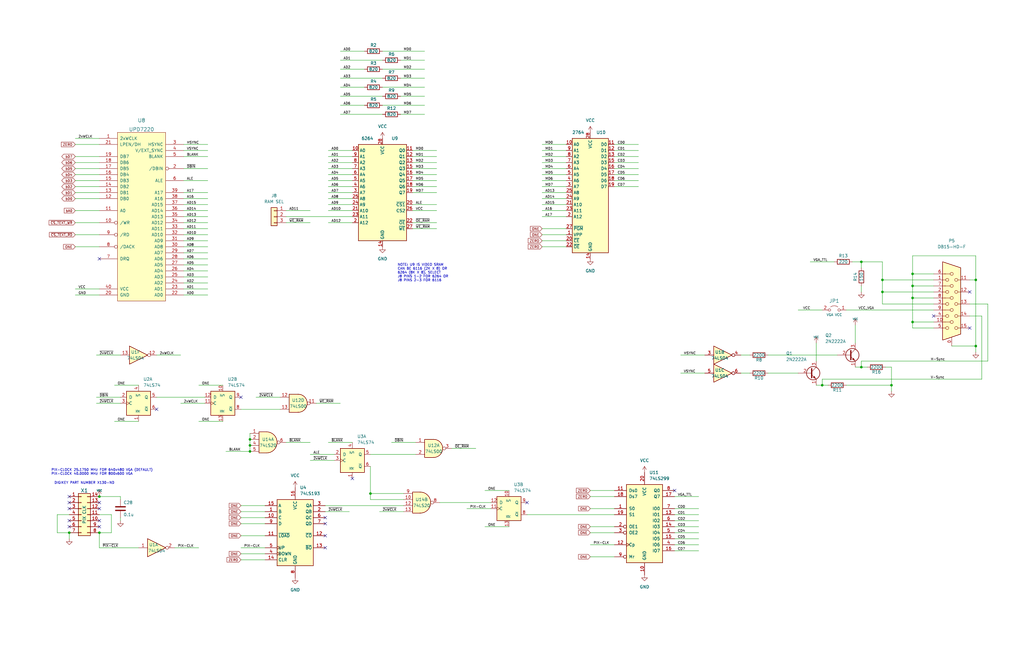
<source format=kicad_sch>
(kicad_sch (version 20211123) (generator eeschema)
  (paper "B")
  (junction (at 372.11 118.11))
  (junction (at 384.81 125.73))
  (junction (at 29.21 224.79))
  (junction (at 346.71 162.56))
  (junction (at 105.41 190.5))
  (junction (at 156.21 208.28))
  (junction (at 363.22 154.94))
  (junction (at 384.81 120.65))
  (junction (at 372.11 123.19))
  (junction (at 411.48 118.11))
  (junction (at 105.41 185.42))
  (junction (at 363.22 110.49))
  (junction (at 105.41 187.96))
  (junction (at 384.81 115.57))
  (junction (at 411.48 146.05))
  (junction (at 41.91 224.79))
  (junction (at 375.92 162.56))
  (junction (at 41.91 209.55))
  (junction (at 384.81 135.89))
  (no_connect (at 222.25 212.09))
  (no_connect (at 41.91 219.71))
  (no_connect (at 29.21 219.71))
  (no_connect (at 408.94 138.43))
  (no_connect (at 148.59 201.93))
  (no_connect (at 41.91 109.22))
  (no_connect (at 101.6 167.64))
  (no_connect (at 284.48 207.01))
  (no_connect (at 41.91 222.25))
  (no_connect (at 393.7 133.35))
  (no_connect (at 41.91 214.63))
  (no_connect (at 29.21 209.55))
  (no_connect (at 66.04 172.72))
  (no_connect (at 137.16 220.98))
  (no_connect (at 408.94 123.19))
  (no_connect (at 137.16 218.44))
  (no_connect (at 137.16 231.14))
  (no_connect (at 29.21 214.63))
  (no_connect (at 29.21 212.09))
  (no_connect (at 29.21 222.25))
  (no_connect (at 137.16 226.06))
  (no_connect (at 41.91 212.09))
  (wire (pts (xy 284.48 209.55) (xy 294.64 209.55)))
  (wire (pts (xy 111.76 236.22) (xy 101.6 236.22)))
  (wire (pts (xy 414.02 160.02) (xy 414.02 133.35)))
  (wire (pts (xy 356.87 162.56) (xy 375.92 162.56)))
  (wire (pts (xy 87.63 63.5) (xy 77.47 63.5)))
  (wire (pts (xy 179.07 48.26) (xy 168.91 48.26)))
  (wire (pts (xy 269.24 63.5) (xy 259.08 63.5)))
  (wire (pts (xy 41.91 217.17) (xy 46.99 217.17)))
  (wire (pts (xy 76.2 149.86) (xy 66.04 149.86)))
  (wire (pts (xy 148.59 93.98) (xy 138.43 93.98)))
  (wire (pts (xy 179.07 40.64) (xy 168.91 40.64)))
  (wire (pts (xy 87.63 86.36) (xy 77.47 86.36)))
  (wire (pts (xy 401.32 146.05) (xy 411.48 146.05)))
  (wire (pts (xy 372.11 128.27) (xy 372.11 123.19)))
  (wire (pts (xy 87.63 116.84) (xy 77.47 116.84)))
  (wire (pts (xy 259.08 234.95) (xy 248.92 234.95)))
  (wire (pts (xy 148.59 73.66) (xy 138.43 73.66)))
  (wire (pts (xy 148.59 83.82) (xy 138.43 83.82)))
  (wire (pts (xy 87.63 66.04) (xy 77.47 66.04)))
  (wire (pts (xy 41.91 60.96) (xy 31.75 60.96)))
  (wire (pts (xy 148.59 86.36) (xy 138.43 86.36)))
  (wire (pts (xy 46.99 217.17) (xy 46.99 224.79)))
  (wire (pts (xy 363.22 154.94) (xy 365.76 154.94)))
  (wire (pts (xy 259.08 224.79) (xy 248.92 224.79)))
  (wire (pts (xy 238.76 78.74) (xy 228.6 78.74)))
  (wire (pts (xy 41.91 121.92) (xy 31.75 121.92)))
  (wire (pts (xy 297.18 157.48) (xy 287.02 157.48)))
  (wire (pts (xy 269.24 66.04) (xy 259.08 66.04)))
  (wire (pts (xy 294.64 232.41) (xy 284.48 232.41)))
  (wire (pts (xy 170.18 215.9) (xy 160.02 215.9)))
  (wire (pts (xy 41.91 93.98) (xy 31.75 93.98)))
  (wire (pts (xy 50.8 218.44) (xy 50.8 219.71)))
  (wire (pts (xy 238.76 104.14) (xy 228.6 104.14)))
  (wire (pts (xy 238.76 76.2) (xy 228.6 76.2)))
  (wire (pts (xy 87.63 71.12) (xy 77.47 71.12)))
  (wire (pts (xy 238.76 86.36) (xy 228.6 86.36)))
  (wire (pts (xy 373.38 154.94) (xy 375.92 154.94)))
  (wire (pts (xy 156.21 208.28) (xy 156.21 210.82)))
  (wire (pts (xy 363.22 110.49) (xy 363.22 113.03)))
  (wire (pts (xy 50.8 170.18) (xy 40.64 170.18)))
  (wire (pts (xy 41.91 88.9) (xy 31.75 88.9)))
  (wire (pts (xy 41.91 224.79) (xy 41.91 231.14)))
  (wire (pts (xy 238.76 68.58) (xy 228.6 68.58)))
  (wire (pts (xy 41.91 124.46) (xy 31.75 124.46)))
  (wire (pts (xy 179.07 25.4) (xy 168.91 25.4)))
  (wire (pts (xy 87.63 99.06) (xy 77.47 99.06)))
  (wire (pts (xy 312.42 157.48) (xy 316.23 157.48)))
  (wire (pts (xy 184.15 76.2) (xy 173.99 76.2)))
  (wire (pts (xy 41.91 104.14) (xy 31.75 104.14)))
  (wire (pts (xy 148.59 68.58) (xy 138.43 68.58)))
  (wire (pts (xy 393.7 118.11) (xy 372.11 118.11)))
  (wire (pts (xy 73.66 231.14) (xy 83.82 231.14)))
  (wire (pts (xy 259.08 214.63) (xy 248.92 214.63)))
  (wire (pts (xy 29.21 217.17) (xy 24.13 217.17)))
  (wire (pts (xy 184.15 63.5) (xy 173.99 63.5)))
  (wire (pts (xy 161.29 36.83) (xy 179.07 36.83)))
  (wire (pts (xy 341.63 110.49) (xy 351.79 110.49)))
  (wire (pts (xy 297.18 149.86) (xy 287.02 149.86)))
  (wire (pts (xy 184.15 66.04) (xy 173.99 66.04)))
  (wire (pts (xy 384.81 115.57) (xy 384.81 120.65)))
  (wire (pts (xy 238.76 81.28) (xy 228.6 81.28)))
  (wire (pts (xy 41.91 58.42) (xy 31.75 58.42)))
  (wire (pts (xy 384.81 138.43) (xy 393.7 138.43)))
  (wire (pts (xy 87.63 60.96) (xy 77.47 60.96)))
  (wire (pts (xy 393.7 115.57) (xy 384.81 115.57)))
  (wire (pts (xy 87.63 76.2) (xy 77.47 76.2)))
  (wire (pts (xy 143.51 25.4) (xy 161.29 25.4)))
  (wire (pts (xy 46.99 224.79) (xy 41.91 224.79)))
  (wire (pts (xy 184.15 81.28) (xy 173.99 81.28)))
  (wire (pts (xy 143.51 40.64) (xy 161.29 40.64)))
  (wire (pts (xy 86.36 170.18) (xy 76.2 170.18)))
  (wire (pts (xy 372.11 118.11) (xy 372.11 110.49)))
  (wire (pts (xy 185.42 212.09) (xy 207.01 212.09)))
  (wire (pts (xy 148.59 76.2) (xy 138.43 76.2)))
  (wire (pts (xy 111.76 233.68) (xy 101.6 233.68)))
  (wire (pts (xy 156.21 208.28) (xy 170.18 208.28)))
  (wire (pts (xy 133.35 170.18) (xy 143.51 170.18)))
  (wire (pts (xy 184.15 68.58) (xy 173.99 68.58)))
  (wire (pts (xy 238.76 71.12) (xy 228.6 71.12)))
  (wire (pts (xy 336.55 130.81) (xy 346.71 130.81)))
  (wire (pts (xy 238.76 73.66) (xy 228.6 73.66)))
  (wire (pts (xy 50.8 167.64) (xy 40.64 167.64)))
  (wire (pts (xy 87.63 81.28) (xy 77.47 81.28)))
  (wire (pts (xy 87.63 106.68) (xy 77.47 106.68)))
  (wire (pts (xy 269.24 76.2) (xy 259.08 76.2)))
  (wire (pts (xy 259.08 222.25) (xy 248.92 222.25)))
  (wire (pts (xy 41.91 99.06) (xy 31.75 99.06)))
  (wire (pts (xy 384.81 107.95) (xy 384.81 115.57)))
  (wire (pts (xy 408.94 118.11) (xy 411.48 118.11)))
  (wire (pts (xy 214.63 207.01) (xy 204.47 207.01)))
  (wire (pts (xy 143.51 48.26) (xy 161.29 48.26)))
  (wire (pts (xy 41.91 66.04) (xy 31.75 66.04)))
  (wire (pts (xy 360.68 137.16) (xy 360.68 144.78)))
  (wire (pts (xy 294.64 214.63) (xy 284.48 214.63)))
  (wire (pts (xy 24.13 217.17) (xy 24.13 224.79)))
  (wire (pts (xy 143.51 33.02) (xy 161.29 33.02)))
  (wire (pts (xy 190.5 189.23) (xy 200.66 189.23)))
  (wire (pts (xy 105.41 185.42) (xy 105.41 187.96)))
  (wire (pts (xy 156.21 210.82) (xy 170.18 210.82)))
  (wire (pts (xy 105.41 190.5) (xy 95.25 190.5)))
  (wire (pts (xy 384.81 120.65) (xy 384.81 125.73)))
  (wire (pts (xy 384.81 125.73) (xy 393.7 125.73)))
  (wire (pts (xy 184.15 86.36) (xy 173.99 86.36)))
  (wire (pts (xy 87.63 121.92) (xy 77.47 121.92)))
  (wire (pts (xy 414.02 133.35) (xy 408.94 133.35)))
  (wire (pts (xy 41.91 76.2) (xy 31.75 76.2)))
  (wire (pts (xy 101.6 231.14) (xy 111.76 231.14)))
  (wire (pts (xy 393.7 128.27) (xy 372.11 128.27)))
  (wire (pts (xy 87.63 104.14) (xy 77.47 104.14)))
  (wire (pts (xy 363.22 120.65) (xy 363.22 123.19)))
  (wire (pts (xy 24.13 224.79) (xy 29.21 224.79)))
  (wire (pts (xy 130.81 186.69) (xy 120.65 186.69)))
  (wire (pts (xy 153.67 29.21) (xy 143.51 29.21)))
  (wire (pts (xy 294.64 224.79) (xy 284.48 224.79)))
  (wire (pts (xy 41.91 81.28) (xy 31.75 81.28)))
  (wire (pts (xy 161.29 44.45) (xy 179.07 44.45)))
  (wire (pts (xy 323.85 157.48) (xy 336.55 157.48)))
  (wire (pts (xy 393.7 123.19) (xy 372.11 123.19)))
  (wire (pts (xy 93.98 162.56) (xy 83.82 162.56)))
  (wire (pts (xy 269.24 60.96) (xy 259.08 60.96)))
  (wire (pts (xy 130.81 88.9) (xy 120.65 88.9)))
  (wire (pts (xy 148.59 78.74) (xy 138.43 78.74)))
  (wire (pts (xy 156.21 191.77) (xy 175.26 191.77)))
  (wire (pts (xy 87.63 111.76) (xy 77.47 111.76)))
  (wire (pts (xy 87.63 93.98) (xy 77.47 93.98)))
  (wire (pts (xy 148.59 186.69) (xy 138.43 186.69)))
  (wire (pts (xy 312.42 149.86) (xy 316.23 149.86)))
  (wire (pts (xy 50.8 149.86) (xy 40.64 149.86)))
  (wire (pts (xy 184.15 78.74) (xy 173.99 78.74)))
  (wire (pts (xy 41.91 78.74) (xy 31.75 78.74)))
  (wire (pts (xy 294.64 219.71) (xy 284.48 219.71)))
  (wire (pts (xy 248.92 229.87) (xy 259.08 229.87)))
  (wire (pts (xy 156.21 196.85) (xy 156.21 208.28)))
  (wire (pts (xy 66.04 167.64) (xy 86.36 167.64)))
  (wire (pts (xy 148.59 66.04) (xy 138.43 66.04)))
  (wire (pts (xy 269.24 71.12) (xy 259.08 71.12)))
  (wire (pts (xy 363.22 110.49) (xy 372.11 110.49)))
  (wire (pts (xy 179.07 33.02) (xy 168.91 33.02)))
  (wire (pts (xy 87.63 88.9) (xy 77.47 88.9)))
  (wire (pts (xy 411.48 146.05) (xy 411.48 148.59)))
  (wire (pts (xy 363.22 154.94) (xy 360.68 154.94)))
  (wire (pts (xy 375.92 162.56) (xy 375.92 154.94)))
  (wire (pts (xy 238.76 101.6) (xy 228.6 101.6)))
  (wire (pts (xy 50.8 209.55) (xy 50.8 210.82)))
  (wire (pts (xy 346.71 162.56) (xy 349.25 162.56)))
  (wire (pts (xy 175.26 186.69) (xy 165.1 186.69)))
  (wire (pts (xy 184.15 73.66) (xy 173.99 73.66)))
  (wire (pts (xy 140.97 191.77) (xy 130.81 191.77)))
  (wire (pts (xy 118.11 167.64) (xy 107.95 167.64)))
  (wire (pts (xy 384.81 125.73) (xy 384.81 135.89)))
  (wire (pts (xy 58.42 177.8) (xy 48.26 177.8)))
  (wire (pts (xy 384.81 135.89) (xy 384.81 138.43)))
  (wire (pts (xy 411.48 118.11) (xy 411.48 146.05)))
  (wire (pts (xy 137.16 213.36) (xy 170.18 213.36)))
  (wire (pts (xy 147.32 215.9) (xy 137.16 215.9)))
  (wire (pts (xy 87.63 109.22) (xy 77.47 109.22)))
  (wire (pts (xy 111.76 220.98) (xy 101.6 220.98)))
  (wire (pts (xy 375.92 165.1) (xy 375.92 162.56)))
  (wire (pts (xy 41.91 83.82) (xy 31.75 83.82)))
  (wire (pts (xy 214.63 222.25) (xy 204.47 222.25)))
  (wire (pts (xy 87.63 114.3) (xy 77.47 114.3)))
  (wire (pts (xy 411.48 107.95) (xy 411.48 118.11)))
  (wire (pts (xy 344.17 144.78) (xy 344.17 152.4)))
  (wire (pts (xy 87.63 96.52) (xy 77.47 96.52)))
  (wire (pts (xy 87.63 124.46) (xy 77.47 124.46)))
  (wire (pts (xy 111.76 218.44) (xy 101.6 218.44)))
  (wire (pts (xy 384.81 120.65) (xy 393.7 120.65)))
  (wire (pts (xy 344.17 162.56) (xy 346.71 162.56)))
  (wire (pts (xy 411.48 107.95) (xy 384.81 107.95)))
  (wire (pts (xy 416.56 128.27) (xy 416.56 152.4)))
  (wire (pts (xy 269.24 68.58) (xy 259.08 68.58)))
  (wire (pts (xy 384.81 135.89) (xy 393.7 135.89)))
  (wire (pts (xy 50.8 209.55) (xy 41.91 209.55)))
  (wire (pts (xy 238.76 60.96) (xy 228.6 60.96)))
  (wire (pts (xy 238.76 88.9) (xy 228.6 88.9)))
  (wire (pts (xy 323.85 149.86) (xy 353.06 149.86)))
  (wire (pts (xy 356.87 130.81) (xy 393.7 130.81)))
  (wire (pts (xy 346.71 160.02) (xy 414.02 160.02)))
  (wire (pts (xy 359.41 110.49) (xy 363.22 110.49)))
  (wire (pts (xy 238.76 66.04) (xy 228.6 66.04)))
  (wire (pts (xy 238.76 99.06) (xy 228.6 99.06)))
  (wire (pts (xy 259.08 209.55) (xy 248.92 209.55)))
  (wire (pts (xy 87.63 91.44) (xy 77.47 91.44)))
  (wire (pts (xy 161.29 21.59) (xy 179.07 21.59)))
  (wire (pts (xy 238.76 91.44) (xy 228.6 91.44)))
  (wire (pts (xy 87.63 101.6) (xy 77.47 101.6)))
  (wire (pts (xy 41.91 73.66) (xy 31.75 73.66)))
  (wire (pts (xy 148.59 63.5) (xy 138.43 63.5)))
  (wire (pts (xy 101.6 172.72) (xy 118.11 172.72)))
  (wire (pts (xy 372.11 123.19) (xy 372.11 118.11)))
  (wire (pts (xy 346.71 162.56) (xy 346.71 160.02)))
  (wire (pts (xy 148.59 81.28) (xy 138.43 81.28)))
  (wire (pts (xy 294.64 217.17) (xy 284.48 217.17)))
  (wire (pts (xy 238.76 83.82) (xy 228.6 83.82)))
  (wire (pts (xy 153.67 44.45) (xy 143.51 44.45)))
  (wire (pts (xy 238.76 96.52) (xy 228.6 96.52)))
  (wire (pts (xy 294.64 222.25) (xy 284.48 222.25)))
  (wire (pts (xy 173.99 88.9) (xy 184.15 88.9)))
  (wire (pts (xy 41.91 71.12) (xy 31.75 71.12)))
  (wire (pts (xy 41.91 68.58) (xy 31.75 68.58)))
  (wire (pts (xy 408.94 128.27) (xy 416.56 128.27)))
  (wire (pts (xy 259.08 207.01) (xy 248.92 207.01)))
  (wire (pts (xy 269.24 78.74) (xy 259.08 78.74)))
  (wire (pts (xy 363.22 152.4) (xy 363.22 154.94)))
  (wire (pts (xy 173.99 93.98) (xy 184.15 93.98)))
  (wire (pts (xy 173.99 96.52) (xy 184.15 96.52)))
  (wire (pts (xy 269.24 73.66) (xy 259.08 73.66)))
  (wire (pts (xy 120.65 93.98) (xy 130.81 93.98)))
  (wire (pts (xy 87.63 119.38) (xy 77.47 119.38)))
  (wire (pts (xy 41.91 231.14) (xy 58.42 231.14)))
  (wire (pts (xy 140.97 194.31) (xy 130.81 194.31)))
  (wire (pts (xy 105.41 182.88) (xy 105.41 185.42)))
  (wire (pts (xy 222.25 217.17) (xy 259.08 217.17)))
  (wire (pts (xy 294.64 227.33) (xy 284.48 227.33)))
  (wire (pts (xy 29.21 227.33) (xy 29.21 224.79)))
  (wire (pts (xy 153.67 21.59) (xy 143.51 21.59)))
  (wire (pts (xy 58.42 162.56) (xy 48.26 162.56)))
  (wire (pts (xy 153.67 36.83) (xy 143.51 36.83)))
  (wire (pts (xy 111.76 213.36) (xy 101.6 213.36)))
  (wire (pts (xy 196.85 214.63) (xy 207.01 214.63)))
  (wire (pts (xy 294.64 229.87) (xy 284.48 229.87)))
  (wire (pts (xy 148.59 71.12) (xy 138.43 71.12)))
  (wire (pts (xy 111.76 226.06) (xy 101.6 226.06)))
  (wire (pts (xy 416.56 152.4) (xy 363.22 152.4)))
  (wire (pts (xy 238.76 63.5) (xy 228.6 63.5)))
  (wire (pts (xy 161.29 29.21) (xy 179.07 29.21)))
  (wire (pts (xy 184.15 71.12) (xy 173.99 71.12)))
  (wire (pts (xy 87.63 83.82) (xy 77.47 83.82)))
  (wire (pts (xy 93.98 177.8) (xy 83.82 177.8)))
  (wire (pts (xy 105.41 187.96) (xy 105.41 190.5)))
  (wire (pts (xy 148.59 88.9) (xy 138.43 88.9)))
  (wire (pts (xy 111.76 215.9) (xy 101.6 215.9)))
  (wire (pts (xy 120.65 91.44) (xy 148.59 91.44)))
  (text "DIGIKEY PART NUMBER X130-ND" (at 22.86 204.47 0) (effects (font (size 1.016 1.016)) (justify left bottom)))
  (text "PIX-CLOCK 25.1750 MHz FOR 640x480 VGA (DEFAULT)\nPIX-CLOCK 40.0000 MHz FOR 800x600 VGA" (at 21.59 200.66 0) (effects (font (size 1.016 1.016)) (justify left bottom)))
  (text "NOTE: U9 IS VIDEO SRAM\nCAN BE 6116 (2K X 8) OR\n6264 (8K X 8). SELECT\nJ8 PINS 1-2 FOR 6264 OR\nJ8 PINS 2-3 FOR 6116\n " (at 167.64 120.65 0) (effects (font (size 1.016 1.016)) (justify left bottom)))
  (label "ALE" (at 132.08 191.77 0) (effects (font (size 1.016 1.016))))
  (label "PIX-CLK" (at 102.87 231.14 0) (effects (font (size 1.016 1.016))))
  (label "MD5" (at 170.18 40.64 0) (effects (font (size 1.016 1.016))))
  (label "~{WE_RAM}" (at 175.26 96.52 0) (effects (font (size 1.016 1.016))))
  (label "AD5" (at 144.78 40.64 0) (effects (font (size 1.016 1.016))))
  (label "CD1" (at 285.75 217.17 0) (effects (font (size 1.016 1.016))))
  (label "AD1" (at 78.74 121.92 0) (effects (font (size 1.016 1.016))))
  (label "AD4" (at 139.7 73.66 0) (effects (font (size 1.016 1.016))))
  (label "MD4" (at 229.87 71.12 0) (effects (font (size 1.016 1.016))))
  (label "2xWCLK" (at 67.31 149.86 0) (effects (font (size 1.016 1.016))))
  (label "AD0" (at 78.74 124.46 0) (effects (font (size 1.016 1.016))))
  (label "ONE" (at 49.53 177.8 0) (effects (font (size 1.016 1.016))))
  (label "AD11" (at 121.92 88.9 0) (effects (font (size 1.016 1.016))))
  (label "AD5" (at 139.7 76.2 0) (effects (font (size 1.016 1.016))))
  (label "AD11" (at 78.74 96.52 0) (effects (font (size 1.016 1.016))))
  (label "CD2" (at 285.75 219.71 0) (effects (font (size 1.016 1.016))))
  (label "AD10" (at 139.7 88.9 0) (effects (font (size 1.016 1.016))))
  (label "AD8" (at 78.74 104.14 0) (effects (font (size 1.016 1.016))))
  (label "AD4" (at 78.74 114.3 0) (effects (font (size 1.016 1.016))))
  (label "A16" (at 78.74 83.82 0) (effects (font (size 1.016 1.016))))
  (label "ONE" (at 85.09 177.8 0) (effects (font (size 1.016 1.016))))
  (label "MD3" (at 229.87 68.58 0) (effects (font (size 1.016 1.016))))
  (label "CD5" (at 260.35 73.66 0) (effects (font (size 1.016 1.016))))
  (label "~{2xWCLK}" (at 138.43 215.9 0) (effects (font (size 1.016 1.016))))
  (label "~{DBIN}" (at 78.74 71.12 0) (effects (font (size 1.016 1.016))))
  (label "MD0" (at 170.18 21.59 0) (effects (font (size 1.016 1.016))))
  (label "A16" (at 229.87 88.9 0) (effects (font (size 1.016 1.016))))
  (label "V-Sync" (at 392.43 160.02 0) (effects (font (size 1.016 1.016))))
  (label "MD7" (at 170.18 48.26 0) (effects (font (size 1.016 1.016))))
  (label "AD12" (at 78.74 93.98 0) (effects (font (size 1.016 1.016))))
  (label "ALE" (at 78.74 76.2 0) (effects (font (size 1.016 1.016))))
  (label "AD14" (at 229.87 83.82 0) (effects (font (size 1.016 1.016))))
  (label "VCC" (at 33.02 121.92 0) (effects (font (size 1.016 1.016))))
  (label "AD13" (at 78.74 91.44 0) (effects (font (size 1.016 1.016))))
  (label "CD4" (at 285.75 224.79 0) (effects (font (size 1.016 1.016))))
  (label "AD9" (at 78.74 101.6 0) (effects (font (size 1.016 1.016))))
  (label "AD15" (at 229.87 86.36 0) (effects (font (size 1.016 1.016))))
  (label "MD1" (at 175.26 66.04 0) (effects (font (size 1.016 1.016))))
  (label "MD2" (at 170.18 29.21 0) (effects (font (size 1.016 1.016))))
  (label "CD0" (at 260.35 60.96 0) (effects (font (size 1.016 1.016))))
  (label "MD1" (at 229.87 63.5 0) (effects (font (size 1.016 1.016))))
  (label "2xWCLK" (at 77.47 170.18 0) (effects (font (size 1.016 1.016))))
  (label "~{2xWCLK}" (at 161.29 215.9 0) (effects (font (size 1.016 1.016))))
  (label "CD5" (at 285.75 227.33 0) (effects (font (size 1.016 1.016))))
  (label "AD0" (at 139.7 63.5 0) (effects (font (size 1.016 1.016))))
  (label "A17" (at 229.87 91.44 0) (effects (font (size 1.016 1.016))))
  (label "MD5" (at 229.87 73.66 0) (effects (font (size 1.016 1.016))))
  (label "CD3" (at 260.35 68.58 0) (effects (font (size 1.016 1.016))))
  (label "VCC" (at 175.26 88.9 0) (effects (font (size 1.016 1.016))))
  (label "AD2" (at 144.78 29.21 0) (effects (font (size 1.016 1.016))))
  (label "MD7" (at 175.26 81.28 0) (effects (font (size 1.016 1.016))))
  (label "AD14" (at 78.74 88.9 0) (effects (font (size 1.016 1.016))))
  (label "MD4" (at 175.26 73.66 0) (effects (font (size 1.016 1.016))))
  (label "VCC" (at 338.582 130.81 0) (effects (font (size 1.016 1.016))))
  (label "~{WE_RAM}" (at 121.92 93.98 0) (effects (font (size 1.016 1.016))))
  (label "AD0" (at 144.78 21.59 0) (effects (font (size 1.016 1.016))))
  (label "PIX-CLK" (at 250.19 229.87 0) (effects (font (size 1.016 1.016))))
  (label "CD2" (at 260.35 66.04 0) (effects (font (size 1.016 1.016))))
  (label "~{OE_RAM}" (at 191.77 189.23 0) (effects (font (size 1.016 1.016))))
  (label "~{DBIN}" (at 41.91 167.64 0) (effects (font (size 1.016 1.016))))
  (label "MD0" (at 175.26 63.5 0) (effects (font (size 1.016 1.016))))
  (label "AD3" (at 139.7 71.12 0) (effects (font (size 1.016 1.016))))
  (label "~{2xWCLK}" (at 41.91 149.86 0) (effects (font (size 1.016 1.016))))
  (label "AD7" (at 78.74 106.68 0) (effects (font (size 1.016 1.016))))
  (label "VSYNC" (at 288.29 157.48 0) (effects (font (size 1.016 1.016))))
  (label "A17" (at 78.74 81.28 0) (effects (font (size 1.016 1.016))))
  (label "MD4" (at 170.18 36.83 0) (effects (font (size 1.016 1.016))))
  (label "CD3" (at 285.75 222.25 0) (effects (font (size 1.016 1.016))))
  (label "MD2" (at 229.87 66.04 0) (effects (font (size 1.016 1.016))))
  (label "~{PIX-CLK}" (at 43.18 231.14 0) (effects (font (size 1.016 1.016))))
  (label "BLANK" (at 96.52 190.5 0) (effects (font (size 1.016 1.016))))
  (label "CD6" (at 285.75 229.87 0) (effects (font (size 1.016 1.016))))
  (label "~{OE_RAM}" (at 175.26 93.98 0) (effects (font (size 1.016 1.016))))
  (label "AD6" (at 78.74 109.22 0) (effects (font (size 1.016 1.016))))
  (label "AD6" (at 144.78 44.45 0) (effects (font (size 1.016 1.016))))
  (label "ALE" (at 175.26 86.36 0) (effects (font (size 1.016 1.016))))
  (label "AD6" (at 139.7 78.74 0) (effects (font (size 1.016 1.016))))
  (label "AD4" (at 144.78 36.83 0) (effects (font (size 1.016 1.016))))
  (label "AD1" (at 139.7 66.04 0) (effects (font (size 1.016 1.016))))
  (label "AD15" (at 78.74 86.36 0) (effects (font (size 1.016 1.016))))
  (label "~{DBIN}" (at 166.37 186.69 0) (effects (font (size 1.016 1.016))))
  (label "MD0" (at 229.87 60.96 0) (effects (font (size 1.016 1.016))))
  (label "PIX-CLK" (at 74.93 231.14 0) (effects (font (size 1.016 1.016))))
  (label "MD5" (at 175.26 76.2 0) (effects (font (size 1.016 1.016))))
  (label "VSYNC" (at 78.74 63.5 0) (effects (font (size 1.016 1.016))))
  (label "ONE" (at 205.74 207.01 0) (effects (font (size 1.016 1.016))))
  (label "~{2xWCLK}" (at 109.22 167.64 0) (effects (font (size 1.016 1.016))))
  (label "AD12" (at 139.7 93.98 0) (effects (font (size 1.016 1.016))))
  (label "~{BLANK}" (at 121.92 186.69 0) (effects (font (size 1.016 1.016))))
  (label "AD1" (at 144.78 25.4 0) (effects (font (size 1.016 1.016))))
  (label "VGA_TTL" (at 285.75 209.55 0) (effects (font (size 1.016 1.016))))
  (label "AD8" (at 139.7 83.82 0) (effects (font (size 1.016 1.016))))
  (label "~{WE_RAM}" (at 134.62 170.18 0) (effects (font (size 1.016 1.016))))
  (label "AD9" (at 139.7 86.36 0) (effects (font (size 1.016 1.016))))
  (label "MD2" (at 175.26 68.58 0) (effects (font (size 1.016 1.016))))
  (label "AD3" (at 144.78 33.02 0) (effects (font (size 1.016 1.016))))
  (label "HSYNC" (at 78.74 60.96 0) (effects (font (size 1.016 1.016))))
  (label "GND" (at 33.02 124.46 0) (effects (font (size 1.016 1.016))))
  (label "AD5" (at 78.74 111.76 0) (effects (font (size 1.016 1.016))))
  (label "CD6" (at 260.35 76.2 0) (effects (font (size 1.016 1.016))))
  (label "VCC_VGA" (at 361.95 130.81 0) (effects (font (size 1.016 1.016))))
  (label "MD6" (at 170.18 44.45 0) (effects (font (size 1.016 1.016))))
  (label "VGA_TTL" (at 342.9 110.49 0) (effects (font (size 1.016 1.016))))
  (label "AD7" (at 139.7 81.28 0) (effects (font (size 1.016 1.016))))
  (label "CD7" (at 285.75 232.41 0) (effects (font (size 1.016 1.016))))
  (label "BLANK" (at 78.74 66.04 0) (effects (font (size 1.016 1.016))))
  (label "AD10" (at 78.74 99.06 0) (effects (font (size 1.016 1.016))))
  (label "~{BLANK}" (at 139.7 186.69 0) (effects (font (size 1.016 1.016))))
  (label "MD6" (at 175.26 78.74 0) (effects (font (size 1.016 1.016))))
  (label "CD4" (at 260.35 71.12 0) (effects (font (size 1.016 1.016))))
  (label "MD1" (at 170.18 25.4 0) (effects (font (size 1.016 1.016))))
  (label "CD7" (at 260.35 78.74 0) (effects (font (size 1.016 1.016))))
  (label "MD3" (at 170.18 33.02 0) (effects (font (size 1.016 1.016))))
  (label "AD13" (at 229.87 81.28 0) (effects (font (size 1.016 1.016))))
  (label "HSYNC" (at 288.29 149.86 0) (effects (font (size 1.016 1.016))))
  (label "CD0" (at 285.75 214.63 0) (effects (font (size 1.016 1.016))))
  (label "~{2xWCLK}" (at 41.91 170.18 0) (effects (font (size 1.016 1.016))))
  (label "AD7" (at 144.78 48.26 0) (effects (font (size 1.016 1.016))))
  (label "AD2" (at 78.74 119.38 0) (effects (font (size 1.016 1.016))))
  (label "CD1" (at 260.35 63.5 0) (effects (font (size 1.016 1.016))))
  (label "MD7" (at 229.87 78.74 0) (effects (font (size 1.016 1.016))))
  (label "2xWCLK" (at 33.02 58.42 0) (effects (font (size 1.016 1.016))))
  (label "~{2xWCLK}" (at 132.08 194.31 0) (effects (font (size 1.016 1.016))))
  (label "PIX-CLK" (at 198.12 214.63 0) (effects (font (size 1.016 1.016))))
  (label "ONE" (at 85.09 162.56 0) (effects (font (size 1.016 1.016))))
  (label "ONE" (at 49.53 162.56 0) (effects (font (size 1.016 1.016))))
  (label "AD3" (at 78.74 116.84 0) (effects (font (size 1.016 1.016))))
  (label "MD6" (at 229.87 76.2 0) (effects (font (size 1.016 1.016))))
  (label "MD3" (at 175.26 71.12 0) (effects (font (size 1.016 1.016))))
  (label "AD2" (at 139.7 68.58 0) (effects (font (size 1.016 1.016))))
  (label "ONE" (at 205.74 222.25 0) (effects (font (size 1.016 1.016))))
  (label "H-Sync" (at 392.43 152.4 0) (effects (font (size 1.016 1.016))))
  (global_label "ONE" (shape input) (at 228.6 99.06 180) (effects (font (size 1.016 1.016))) (property "Intersheet References" "${INTERSHEET_REFS}" (effects hide)))
  (global_label "ONE" (shape input) (at 31.75 104.14 180) (effects (font (size 1.016 1.016))) (property "Intersheet References" "${INTERSHEET_REFS}" (effects hide)))
  (global_label "ZERO" (shape input) (at 228.6 101.6 180) (effects (font (size 1.016 1.016))) (property "Intersheet References" "${INTERSHEET_REFS}" (effects hide)))
  (global_label "ONE" (shape input) (at 248.92 224.79 180) (effects (font (size 1.016 1.016))) (property "Intersheet References" "${INTERSHEET_REFS}" (effects hide)))
  (global_label "ONE" (shape input) (at 101.6 218.44 180) (effects (font (size 1.016 1.016))) (property "Intersheet References" "${INTERSHEET_REFS}" (effects hide)))
  (global_label "ZERO" (shape input) (at 248.92 209.55 180) (effects (font (size 1.016 1.016))) (property "Intersheet References" "${INTERSHEET_REFS}" (effects hide)))
  (global_label "ONE" (shape input) (at 101.6 226.06 180) (effects (font (size 1.016 1.016))) (property "Intersheet References" "${INTERSHEET_REFS}" (effects hide)))
  (global_label "~{CS_TEXT_RD}" (shape input) (at 31.75 99.06 180) (effects (font (size 1.016 1.016))) (property "Intersheet References" "${INTERSHEET_REFS}" (effects hide)))
  (global_label "bD4" (shape bidirectional) (at 31.75 73.66 180) (effects (font (size 1.016 1.016))) (property "Intersheet References" "${INTERSHEET_REFS}" (effects hide)))
  (global_label "ZERO" (shape input) (at 101.6 236.22 180) (effects (font (size 1.016 1.016))) (property "Intersheet References" "${INTERSHEET_REFS}" (effects hide)))
  (global_label "ONE" (shape input) (at 248.92 214.63 180) (effects (font (size 1.016 1.016))) (property "Intersheet References" "${INTERSHEET_REFS}" (effects hide)))
  (global_label "ONE" (shape input) (at 101.6 213.36 180) (effects (font (size 1.016 1.016))) (property "Intersheet References" "${INTERSHEET_REFS}" (effects hide)))
  (global_label "bD5" (shape bidirectional) (at 31.75 71.12 180) (effects (font (size 1.016 1.016))) (property "Intersheet References" "${INTERSHEET_REFS}" (effects hide)))
  (global_label "ONE" (shape input) (at 101.6 220.98 180) (effects (font (size 1.016 1.016))) (property "Intersheet References" "${INTERSHEET_REFS}" (effects hide)))
  (global_label "bD0" (shape bidirectional) (at 31.75 83.82 180) (effects (font (size 1.016 1.016))) (property "Intersheet References" "${INTERSHEET_REFS}" (effects hide)))
  (global_label "ZERO" (shape input) (at 31.75 60.96 180) (effects (font (size 1.016 1.016))) (property "Intersheet References" "${INTERSHEET_REFS}" (effects hide)))
  (global_label "bD2" (shape bidirectional) (at 31.75 78.74 180) (effects (font (size 1.016 1.016))) (property "Intersheet References" "${INTERSHEET_REFS}" (effects hide)))
  (global_label "ZERO" (shape input) (at 228.6 104.14 180) (effects (font (size 1.016 1.016))) (property "Intersheet References" "${INTERSHEET_REFS}" (effects hide)))
  (global_label "ONE" (shape input) (at 101.6 215.9 180) (effects (font (size 1.016 1.016))) (property "Intersheet References" "${INTERSHEET_REFS}" (effects hide)))
  (global_label "ONE" (shape input) (at 248.92 222.25 180) (effects (font (size 1.016 1.016))) (property "Intersheet References" "${INTERSHEET_REFS}" (effects hide)))
  (global_label "ONE" (shape input) (at 248.92 234.95 180) (effects (font (size 1.016 1.016))) (property "Intersheet References" "${INTERSHEET_REFS}" (effects hide)))
  (global_label "bA0" (shape input) (at 31.75 88.9 180) (effects (font (size 1.016 1.016))) (property "Intersheet References" "${INTERSHEET_REFS}" (effects hide)))
  (global_label "bD7" (shape bidirectional) (at 31.75 66.04 180) (effects (font (size 1.016 1.016))) (property "Intersheet References" "${INTERSHEET_REFS}" (effects hide)))
  (global_label "ZERO" (shape input) (at 248.92 207.01 180) (effects (font (size 1.016 1.016))) (property "Intersheet References" "${INTERSHEET_REFS}" (effects hide)))
  (global_label "ONE" (shape input) (at 228.6 96.52 180) (effects (font (size 1.016 1.016))) (property "Intersheet References" "${INTERSHEET_REFS}" (effects hide)))
  (global_label "bD1" (shape bidirectional) (at 31.75 81.28 180) (effects (font (size 1.016 1.016))) (property "Intersheet References" "${INTERSHEET_REFS}" (effects hide)))
  (global_label "bD6" (shape bidirectional) (at 31.75 68.58 180) (effects (font (size 1.016 1.016))) (property "Intersheet References" "${INTERSHEET_REFS}" (effects hide)))
  (global_label "~{CS_TEXT_WR}" (shape input) (at 31.75 93.98 180) (effects (font (size 1.016 1.016))) (property "Intersheet References" "${INTERSHEET_REFS}" (effects hide)))
  (global_label "ONE" (shape input) (at 101.6 233.68 180) (effects (font (size 1.016 1.016))) (property "Intersheet References" "${INTERSHEET_REFS}" (effects hide)))
  (global_label "bD3" (shape bidirectional) (at 31.75 76.2 180) (effects (font (size 1.016 1.016))) (property "Intersheet References" "${INTERSHEET_REFS}" (effects hide)))
  (symbol (lib_id "Device:R") (at 363.22 116.84 180) (unit 1)
    (property "Reference" "R14" (at 360.68 116.84 90))
    (property "Value" "150" (at 363.22 116.84 90))
    (property "Footprint" "Resistor_THT:R_Axial_DIN0207_L6.3mm_D2.5mm_P7.62mm_Horizontal" (effects hide))
  )
  (symbol (lib_id "Connector_Generic:Conn_02x07_Counter_Clockwise") (at 34.29 217.17 0) (unit 1)
    (property "Reference" "X1" (at 35.56 207.01 0) (effects (font (size 1.524 1.524))))
    (property "Value" "PIX CLK" (at 35.56 217.17 90))
    (property "Footprint" "Package_DIP:DIP-14_W7.62mm_Socket" (effects hide))
  )
  (symbol (lib_id "74xx:74LS74") (at 58.42 170.18 0) (unit 1)
    (property "Reference" "U2" (at 60.4394 160.02 0) (effects (justify left)))
    (property "Value" "74LS74" (at 60.4394 162.56 0) (effects (justify left)))
    (property "Footprint" "Package_DIP:DIP-14_W7.62mm_Socket" (effects hide))
    (property "Datasheet" "74xx/74hc_hct74.pdf" (effects hide))
  )
  (symbol (lib_id "74xx:74LS299") (at 271.78 219.71 0) (unit 1)
    (property "Reference" "U11" (at 273.7994 199.39 0) (effects (justify left)))
    (property "Value" "74LS299" (at 273.7994 201.93 0) (effects (justify left)))
    (property "Footprint" "Package_DIP:DIP-20_W7.62mm_Socket" (effects hide))
    (property "Datasheet" "http://www.ti.com/lit/gpn/sn74LS299" (effects hide))
  )
  (symbol (lib_id "power:GND") (at 271.78 242.57 0) (unit 1)
    (property "Reference" "#PWR022" (effects hide))
    (property "Value" "GND" (at 271.78 247.65 0))
  )
  (symbol (lib_id "Memory_EPROM:2764") (at 248.92 81.28 0) (unit 1)
    (property "Reference" "U10" (at 251.46 55.88 0) (effects (justify left)))
    (property "Value" "2764" (at 241.3 55.88 0) (effects (justify left)))
    (property "Footprint" "Package_DIP:DIP-28_W15.24mm_Socket" (effects hide))
    (property "Datasheet" "https://downloads.reactivemicro.com/Electronics/ROM/2764%20EPROM.pdf" (effects hide))
  )
  (symbol (lib_id "Device:Q_NPN_EBC") (at 358.14 149.86 0) (unit 1)
    (property "Reference" "Q2" (at 347.98 142.24 0) (effects (justify left bottom)))
    (property "Value" "2N2222A" (at 347.98 144.78 0) (effects (justify left bottom)))
    (property "Footprint" "Package_TO_SOT_THT:TO-92L_HandSolder" (effects hide))
  )
  (symbol (lib_id "Jumper:Jumper_2_Open") (at 351.79 130.81 0) (mirror y) (unit 1)
    (property "Reference" "JP1" (at 351.79 127 0) (effects (font (size 1.524 1.524))))
    (property "Value" "VGA VCC" (at 351.79 132.842 0) (effects (font (size 1.016 1.016))))
    (property "Footprint" "Connector_PinHeader_2.54mm:PinHeader_1x02_P2.54mm_Vertical" (effects hide))
  )
  (symbol (lib_id "power:VCC") (at 344.17 144.78 0) (unit 1)
    (property "Reference" "#PWR017" (effects hide))
    (property "Value" "VCC" (at 344.17 142.24 0) (effects (font (size 0.762 0.762))))
  )
  (symbol (lib_id "74xx:74LS20") (at 177.8 212.09 0) (unit 2)
    (property "Reference" "U14" (at 177.8 210.82 0))
    (property "Value" "74LS20" (at 177.8 213.36 0))
    (property "Footprint" "Package_DIP:DIP-14_W7.62mm_Socket" (effects hide))
    (property "Datasheet" "http://www.ti.com/lit/gpn/sn74LS20" (effects hide))
  )
  (symbol (lib_id "74xx:74LS74") (at 148.59 194.31 0) (unit 1)
    (property "Reference" "U3" (at 150.6094 184.15 0) (effects (justify left)))
    (property "Value" "74LS74" (at 150.6094 186.69 0) (effects (justify left)))
    (property "Footprint" "Package_DIP:DIP-14_W7.62mm_Socket" (effects hide))
    (property "Datasheet" "74xx/74hc_hct74.pdf" (effects hide))
  )
  (symbol (lib_id "Device:R") (at 157.48 21.59 90) (unit 1)
    (property "Reference" "R2" (at 157.48 19.05 90))
    (property "Value" "820" (at 157.48 21.59 90))
    (property "Footprint" "Resistor_THT:R_Axial_DIN0207_L6.3mm_D2.5mm_P7.62mm_Horizontal" (effects hide))
  )
  (symbol (lib_id "power:GND") (at 161.29 104.14 0) (unit 1)
    (property "Reference" "#PWR016" (effects hide))
    (property "Value" "GND" (at 161.29 109.22 0))
  )
  (symbol (lib_id "Device:C") (at 50.8 214.63 0) (unit 1)
    (property "Reference" "C28" (at 52.07 212.09 0) (effects (justify left)))
    (property "Value" "0.1u" (at 52.07 217.17 0) (effects (justify left)))
    (property "Footprint" "Capacitor_THT:C_Disc_D5.0mm_W2.5mm_P5.00mm" (effects hide))
  )
  (symbol (lib_id "74xx:74LS04") (at 304.8 157.48 0) (unit 3)
    (property "Reference" "U1" (at 303.53 156.21 0))
    (property "Value" "74LS04" (at 303.53 158.75 0))
    (property "Footprint" "Package_DIP:DIP-14_W7.62mm_Socket" (effects hide))
    (property "Datasheet" "http://www.ti.com/lit/gpn/sn74LS04" (effects hide))
  )
  (symbol (lib_id "Device:R") (at 165.1 25.4 90) (unit 1)
    (property "Reference" "R6" (at 165.1 22.86 90))
    (property "Value" "820" (at 165.1 25.4 90))
    (property "Footprint" "Resistor_THT:R_Axial_DIN0207_L6.3mm_D2.5mm_P7.62mm_Horizontal" (effects hide))
  )
  (symbol (lib_id "Archer:6264") (at 161.29 81.28 0) (unit 1)
    (property "Reference" "U9" (at 165.1 58.42 0) (effects (justify left)))
    (property "Value" "6264" (at 152.4 58.42 0) (effects (justify left)))
    (property "Footprint" "Package_DIP:DIP-28_W15.24mm_Socket" (effects hide))
    (property "Datasheet" "https://www.futurlec.com/Datasheet/Memory/6264P-12.pdf" (effects hide))
  )
  (symbol (lib_id "74xx:74LS74") (at 214.63 214.63 0) (unit 2)
    (property "Reference" "U3" (at 216.6494 204.47 0) (effects (justify left)))
    (property "Value" "74LS74" (at 216.6494 207.01 0) (effects (justify left)))
    (property "Footprint" "Package_DIP:DIP-14_W7.62mm_Socket" (effects hide))
    (property "Datasheet" "74xx/74hc_hct74.pdf" (effects hide))
  )
  (symbol (lib_id "power:GND") (at 375.92 165.1 0) (unit 1)
    (property "Reference" "#PWR024" (effects hide))
    (property "Value" "GND-power1" (effects hide))
  )
  (symbol (lib_id "Device:R") (at 157.48 36.83 90) (unit 1)
    (property "Reference" "R4" (at 157.48 34.29 90))
    (property "Value" "820" (at 157.48 36.83 90))
    (property "Footprint" "Resistor_THT:R_Axial_DIN0207_L6.3mm_D2.5mm_P7.62mm_Horizontal" (effects hide))
  )
  (symbol (lib_id "Device:R") (at 353.06 162.56 270) (unit 1)
    (property "Reference" "R11" (at 353.06 164.592 90))
    (property "Value" "2200" (at 353.06 162.56 90))
    (property "Footprint" "Resistor_THT:R_Axial_DIN0207_L6.3mm_D2.5mm_P7.62mm_Horizontal" (effects hide))
  )
  (symbol (lib_id "74xx:74LS04") (at 58.42 149.86 0) (unit 6)
    (property "Reference" "U1" (at 57.15 148.59 0))
    (property "Value" "74LS04" (at 57.15 151.13 0))
    (property "Footprint" "Package_DIP:DIP-14_W7.62mm_Socket" (effects hide))
    (property "Datasheet" "http://www.ti.com/lit/gpn/sn74LS04" (effects hide))
  )
  (symbol (lib_id "uPD7220:UPD7220") (at 59.69 82.55 0) (unit 1)
    (property "Reference" "U8" (at 59.69 50.8 0) (effects (font (size 1.524 1.524))))
    (property "Value" "UPD7220" (at 59.69 54.61 0) (effects (font (size 1.524 1.524))))
    (property "Footprint" "Package_DIP:DIP-40_W15.24mm_Socket" (effects hide))
  )
  (symbol (lib_id "power:GND") (at 363.22 123.19 0) (unit 1)
    (property "Reference" "#PWR023" (effects hide))
    (property "Value" "GND-power1" (effects hide))
  )
  (symbol (lib_id "74xx:74LS04") (at 304.8 149.86 0) (unit 2)
    (property "Reference" "U1" (at 303.53 148.59 0))
    (property "Value" "74LS04" (at 303.53 151.13 0))
    (property "Footprint" "Package_DIP:DIP-14_W7.62mm_Socket" (effects hide))
    (property "Datasheet" "http://www.ti.com/lit/gpn/sn74LS04" (effects hide))
  )
  (symbol (lib_id "Device:Q_NPN_EBC") (at 341.63 157.48 0) (unit 1)
    (property "Reference" "Q1" (at 331.47 149.86 0) (effects (justify left bottom)))
    (property "Value" "2N2222A" (at 331.47 152.4 0) (effects (justify left bottom)))
    (property "Footprint" "Package_TO_SOT_THT:TO-92L_HandSolder" (effects hide))
  )
  (symbol (lib_id "power:VCC") (at 161.29 58.42 0) (unit 1)
    (property "Reference" "#PWR015" (effects hide))
    (property "Value" "VCC" (at 161.29 53.34 0))
  )
  (symbol (lib_id "74xx:74LS00") (at 182.88 189.23 0) (unit 1)
    (property "Reference" "U12" (at 182.88 187.96 0))
    (property "Value" "74LS00" (at 182.88 190.5 0))
    (property "Footprint" "Package_DIP:DIP-14_W7.62mm_Socket" (effects hide))
    (property "Datasheet" "http://www.ti.com/lit/gpn/sn74ls00" (effects hide))
  )
  (symbol (lib_id "Device:R") (at 157.48 44.45 90) (unit 1)
    (property "Reference" "R5" (at 157.48 41.91 90))
    (property "Value" "820" (at 157.48 44.45 90))
    (property "Footprint" "Resistor_THT:R_Axial_DIN0207_L6.3mm_D2.5mm_P7.62mm_Horizontal" (effects hide))
  )
  (symbol (lib_id "Device:R") (at 320.04 149.86 270) (unit 1)
    (property "Reference" "R8" (at 320.04 151.892 90))
    (property "Value" "2200" (at 320.04 149.86 90))
    (property "Footprint" "Resistor_THT:R_Axial_DIN0207_L6.3mm_D2.5mm_P7.62mm_Horizontal" (effects hide))
  )
  (symbol (lib_id "Device:R") (at 320.04 157.48 270) (unit 1)
    (property "Reference" "R10" (at 320.04 159.512 90))
    (property "Value" "2200" (at 320.04 157.48 90))
    (property "Footprint" "Resistor_THT:R_Axial_DIN0207_L6.3mm_D2.5mm_P7.62mm_Horizontal" (effects hide))
  )
  (symbol (lib_id "Connector_Generic:Conn_01x03") (at 115.57 91.44 0) (mirror y) (unit 1)
    (property "Reference" "J8" (at 115.57 82.55 0))
    (property "Value" "RAM SEL" (at 115.57 85.09 0))
    (property "Footprint" "Connector_PinHeader_2.54mm:PinHeader_1x03_P2.54mm_Vertical" (effects hide))
  )
  (symbol (lib_id "power:GND") (at 29.21 227.33 0) (unit 1)
    (property "Reference" "#PWR08" (effects hide))
    (property "Value" "GND" (effects hide))
  )
  (symbol (lib_id "power:GND") (at 248.92 109.22 0) (unit 1)
    (property "Reference" "#PWR020" (effects hide))
    (property "Value" "GND" (at 248.92 114.3 0))
  )
  (symbol (lib_id "power:GND") (at 411.48 148.59 0) (unit 1)
    (property "Reference" "#PWR025" (effects hide))
    (property "Value" "GND" (effects hide))
  )
  (symbol (lib_id "power:VCC") (at 248.92 55.88 0) (unit 1)
    (property "Reference" "#PWR019" (effects hide))
    (property "Value" "VCC" (at 248.92 50.8 0))
  )
  (symbol (lib_id "Device:R") (at 369.57 154.94 270) (unit 1)
    (property "Reference" "R16" (at 369.57 156.972 90))
    (property "Value" "2200" (at 369.57 154.94 90))
    (property "Footprint" "Resistor_THT:R_Axial_DIN0207_L6.3mm_D2.5mm_P7.62mm_Horizontal" (effects hide))
  )
  (symbol (lib_id "Device:R") (at 355.6 110.49 90) (unit 1)
    (property "Reference" "R13" (at 355.6 107.95 90))
    (property "Value" "220" (at 355.6 110.49 90))
    (property "Footprint" "Resistor_THT:R_Axial_DIN0207_L6.3mm_D2.5mm_P7.62mm_Horizontal" (effects hide))
  )
  (symbol (lib_id "Connector:DB15_Female_HighDensity_MountingHoles") (at 401.32 128.27 0) (unit 1)
    (property "Reference" "P5" (at 401.32 101.6 0))
    (property "Value" "DB15-HD-F" (at 401.32 104.14 0))
    (property "Footprint" "Connector_Dsub:DSUB-15-HD_Female_Horizontal_P2.29x1.98mm_EdgePinOffset3.03mm_Housed_MountingHolesOffset4.94mm" (effects hide))
    (property "Datasheet" " ~" (effects hide))
  )
  (symbol (lib_id "power:GND") (at 124.46 243.84 0) (unit 1)
    (property "Reference" "#PWR014" (effects hide))
    (property "Value" "GND" (at 124.46 248.92 0))
  )
  (symbol (lib_id "Device:R") (at 165.1 48.26 90) (unit 1)
    (property "Reference" "R12" (at 165.1 45.72 90))
    (property "Value" "820" (at 165.1 48.26 90))
    (property "Footprint" "Resistor_THT:R_Axial_DIN0207_L6.3mm_D2.5mm_P7.62mm_Horizontal" (effects hide))
  )
  (symbol (lib_id "power:VCC") (at 124.46 205.74 0) (unit 1)
    (property "Reference" "#PWR013" (effects hide))
    (property "Value" "VCC" (at 124.46 200.66 0))
  )
  (symbol (lib_id "power:VCC") (at 271.78 199.39 0) (unit 1)
    (property "Reference" "#PWR021" (effects hide))
    (property "Value" "VCC" (at 271.78 194.31 0))
  )
  (symbol (lib_id "power:VCC") (at 41.91 209.55 0) (unit 1)
    (property "Reference" "#PWR09" (effects hide))
    (property "Value" "VCC" (at 41.91 207.01 0) (effects (font (size 0.762 0.762))))
  )
  (symbol (lib_id "74xx:74LS193") (at 124.46 223.52 0) (unit 1)
    (property "Reference" "U4" (at 126.4794 205.74 0) (effects (justify left)))
    (property "Value" "74LS193" (at 126.4794 208.28 0) (effects (justify left)))
    (property "Footprint" "Package_DIP:DIP-16_W7.62mm_Socket" (effects hide))
    (property "Datasheet" "http://www.ti.com/lit/ds/symlink/sn74ls193.pdf" (effects hide))
  )
  (symbol (lib_id "Device:R") (at 157.48 29.21 90) (unit 1)
    (property "Reference" "R3" (at 157.48 26.67 90))
    (property "Value" "820" (at 157.48 29.21 90))
    (property "Footprint" "Resistor_THT:R_Axial_DIN0207_L6.3mm_D2.5mm_P7.62mm_Horizontal" (effects hide))
  )
  (symbol (lib_id "power:GND") (at 50.8 219.71 0) (unit 1)
    (property "Reference" "#PWR012" (effects hide))
    (property "Value" "GND" (effects hide))
  )
  (symbol (lib_id "74xx:74LS00") (at 125.73 170.18 0) (unit 4)
    (property "Reference" "U12" (at 125.73 168.91 0))
    (property "Value" "74LS00" (at 125.73 171.45 0))
    (property "Footprint" "Package_DIP:DIP-14_W7.62mm_Socket" (effects hide))
    (property "Datasheet" "http://www.ti.com/lit/gpn/sn74ls00" (effects hide))
  )
  (symbol (lib_id "Device:R") (at 165.1 40.64 90) (unit 1)
    (property "Reference" "R9" (at 165.1 38.1 90))
    (property "Value" "820" (at 165.1 40.64 90))
    (property "Footprint" "Resistor_THT:R_Axial_DIN0207_L6.3mm_D2.5mm_P7.62mm_Horizontal" (effects hide))
  )
  (symbol (lib_id "power:VCC") (at 360.68 137.16 0) (unit 1)
    (property "Reference" "#PWR018" (effects hide))
    (property "Value" "VCC" (at 360.68 134.62 0) (effects (font (size 0.762 0.762))))
  )
  (symbol (lib_id "74xx:74LS74") (at 93.98 170.18 0) (unit 2)
    (property "Reference" "U2" (at 95.9994 160.02 0) (effects (justify left)))
    (property "Value" "74LS74" (at 95.9994 162.56 0) (effects (justify left)))
    (property "Footprint" "Package_DIP:DIP-14_W7.62mm_Socket" (effects hide))
    (property "Datasheet" "74xx/74hc_hct74.pdf" (effects hide))
  )
  (symbol (lib_id "74xx:74LS20") (at 113.03 186.69 0) (unit 1)
    (property "Reference" "U14" (at 113.03 185.42 0))
    (property "Value" "74LS20" (at 113.03 187.96 0))
    (property "Footprint" "Package_DIP:DIP-14_W7.62mm_Socket" (effects hide))
    (property "Datasheet" "http://www.ti.com/lit/gpn/sn74LS20" (effects hide))
  )
  (symbol (lib_id "Device:R") (at 165.1 33.02 90) (unit 1)
    (property "Reference" "R7" (at 165.1 30.48 90))
    (property "Value" "820" (at 165.1 33.02 90))
    (property "Footprint" "Resistor_THT:R_Axial_DIN0207_L6.3mm_D2.5mm_P7.62mm_Horizontal" (effects hide))
  )
  (symbol (lib_id "74xx:74LS04") (at 66.04 231.14 0) (unit 1)
    (property "Reference" "U1" (at 64.77 229.87 0))
    (property "Value" "74LS04" (at 66.04 232.41 0))
    (property "Footprint" "Package_DIP:DIP-14_W7.62mm_Socket" (effects hide))
    (property "Datasheet" "http://www.ti.com/lit/gpn/sn74LS04" (effects hide))
  )
)
</source>
